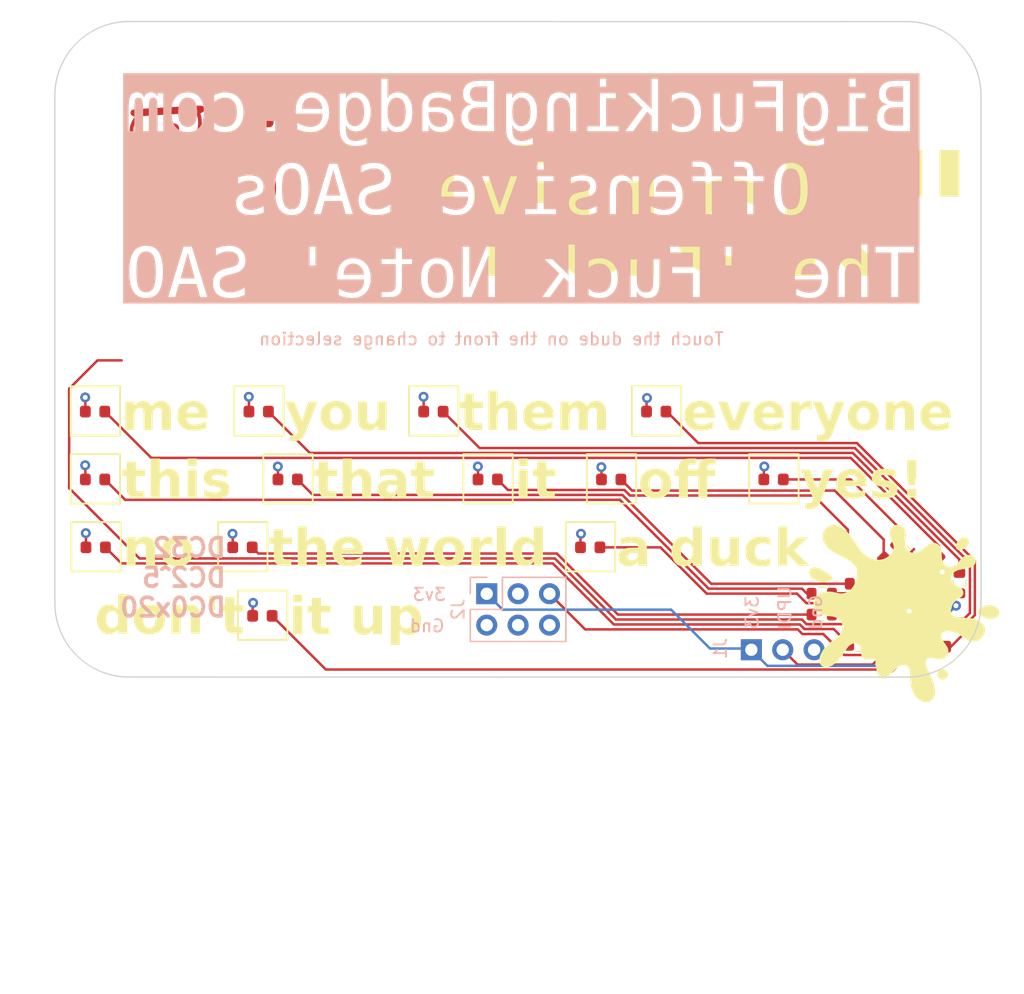
<source format=kicad_pcb>
(kicad_pcb (version 20221018) (generator pcbnew)
  (layers (0 "F.Cu" signal) (31 "B.Cu" signal) (34 "B.Paste" user) (35 "F.Paste" user) (36 "B.SilkS" user "B.Silkscreen") (37 "F.SilkS" user "F.Silkscreen") (38 "B.Mask" user) (39 "F.Mask" user) (44 "Edge.Cuts" user))
  (net 0 "")
  (net 1 "+3V3")
  (net 2 "GND")
  (net 3 "Net-(D1-A)")
  (net 4 "Net-(D2-A)")
  (net 5 "Net-(D3-A)")
  (net 6 "Net-(D4-A)")
  (net 7 "Net-(D5-A)")
  (net 8 "Net-(D6-A)")
  (net 9 "Net-(D7-A)")
  (net 10 "Net-(D8-A)")
  (net 11 "Net-(D9-A)")
  (net 12 "Net-(D10-A)")
  (net 13 "Net-(D11-A)")
  (net 14 "Net-(D12-A)")
  (net 15 "Net-(D13-A)")
  (net 16 "Net-(J1-Pin_2)")
  (net 19 "Net-(J2-Pin_5)")
  (net 21 "Net-(U1-PB0)")
  (net 24 "unconnected-(R14-Pad2)")
  (net 25 "Net-(U1-PA1)")
  (net 26 "Net-(U1-PC0)")
  (net 27 "Net-(U1-PB1)")
  (net 28 "Net-(U1-PB2)")
  (net 29 "Net-(U1-PA5)")
  (net 30 "Net-(U1-PA4)")
  (net 31 "Net-(U1-PA3)")
  (net 32 "Net-(U1-PA2)")
  (net 33 "Net-(U1-PB3)")
  (net 34 "Net-(U1-PB4)")
  (net 35 "Net-(U1-PB5)")
  (net 36 "Net-(U1-PA7)")
  (net 37 "Net-(U1-PA6)")
  (footprint "Resistor_SMD:R_0603_1608Metric" (layer "F.Cu") (at 128.55 85.4 135)
    (fp_text reference "R8" hide)
    (fp_text value "510 Ohm")
  )
  (footprint "Resistor_SMD:R_0603_1608Metric" (layer "F.Cu") (at 132 93.8 -135)
    (fp_text reference "R1" hide)
    (fp_text value "510 Ohm")
  )
  (footprint "ws2812b-1010:LED_0603_1608Metric_large_ss" (layer "F.Cu") (at 121.95 79.25)
    (fp_text reference "D10" hide)
    (fp_text value "white")
  )
  (footprint "ws2812b-1010:LED_0603_1608Metric_large_ss" (layer "F.Cu") (at 67.05 84.75)
    (fp_text reference "D11" hide)
    (fp_text value "white")
  )
  (footprint "Resistor_SMD:R_0603_1608Metric" (layer "F.Cu") (at 135.1 92.8)
    (fp_text reference "R5" hide)
    (fp_text value "510 Ohm")
  )
  (footprint "Resistor_SMD:R_0603_1608Metric" (layer "F.Cu") (at 132.5 85.1 135)
    (fp_text reference "R10" hide)
    (fp_text value "510 Ohm")
  )
  (footprint "Package_DFN_QFN:VQFN-20-1EP_3x3mm_P0.4mm_EP1.7x1.7mm" (layer "F.Cu") (at 132.55 89.95 180)
    (fp_text reference "U1" hide)
    (fp_text value "ATtiny416-M")
  )
  (footprint "Resistor_SMD:R_0603_1608Metric" (layer "F.Cu") (at 128.9 91.15 180)
    (fp_text reference "R14" hide)
    (fp_text value "1K Ohm")
  )
  (footprint "ws2812b-1010:LED_0603_1608Metric_large_ss" (layer "F.Cu") (at 107.1 84.75)
    (fp_text reference "D13" hide)
    (fp_text value "white")
  )
  (footprint "ws2812b-1010:LED_0603_1608Metric_large_ss" (layer "F.Cu") (at 82.6 79.25)
    (fp_text reference "D7" hide)
    (fp_text value "white")
  )
  (footprint "LOGO" (layer "F.Cu") (at 132.075 89.925)
    (fp_text reference "G***" hide)
    (fp_text value "LOGO" hide)
  )
  (footprint "ws2812b-1010:LED_0603_1608Metric_large_ss" (layer "F.Cu") (at 98.8 79.25)
    (fp_text reference "D8" hide)
    (fp_text value "white")
  )
  (footprint "Resistor_SMD:R_0603_1608Metric" (layer "F.Cu") (at 128.95 89.25 180)
    (fp_text reference "R13" hide)
    (fp_text value "510 Ohm")
  )
  (footprint "ws2812b-1010:LED_0603_1608Metric_large_ss" (layer "F.Cu") (at 80.55 90.3)
    (fp_text reference "D1" hide)
    (fp_text value "white")
  )
  (footprint "ws2812b-1010:LED_0603_1608Metric_large_ss" (layer "F.Cu") (at 78.9375 84.75)
    (fp_text reference "D12" hide)
    (fp_text value "white")
  )
  (footprint "ws2812b-1010:LED_0603_1608Metric_large_ss" (layer "F.Cu") (at 108.8 79.25)
    (fp_text reference "D9" hide)
    (fp_text value "white")
  )
  (footprint "Resistor_SMD:R_0603_1608Metric" (layer "F.Cu") (at 128.9 92.65 180)
    (fp_text reference "R11" hide)
    (fp_text value "510 Ohm")
  )
  (footprint "Resistor_SMD:R_0603_1608Metric" (layer "F.Cu") (at 125.85 90.2 180)
    (fp_text reference "R12" hide)
    (fp_text value "510 Ohm")
  )
  (footprint "ws2812b-1010:LED_0603_1608Metric_large_ss" (layer "F.Cu") (at 67 79.25)
    (fp_text reference "D6" hide)
    (fp_text value "white")
  )
  (footprint "Resistor_SMD:R_0603_1608Metric" (layer "F.Cu") (at 125.85 88.5 180)
    (fp_text reference "R6" hide)
    (fp_text value "510 Ohm")
  )
  (footprint "ws2812b-1010:LED_0603_1608Metric_large_ss" (layer "F.Cu") (at 94.4 73.75)
    (fp_text reference "D4" hide)
    (fp_text value "white")
  )
  (footprint "Connector_PinHeader_2.54mm:PinHeader_1x03_P2.54mm_Vertical" (layer "F.Cu") (at 120.15 93.05 90)
    (fp_text reference "J1")
    (fp_text value "Conn_01x03_Pin")
  )
  (footprint "ws2812b-1010:LED_0603_1608Metric_large_ss" (layer "F.Cu") (at 112.45 73.75)
    (fp_text reference "D5" hide)
    (fp_text value "white")
  )
  (footprint "Resistor_SMD:R_0603_1608Metric" (layer "F.Cu") (at 134.75 86.05 45)
    (fp_text reference "R2" hide)
    (fp_text value "510 Ohm")
  )
  (footprint "Resistor_SMD:R_0603_1608Metric" (layer "F.Cu") (at 136.2 90.9)
    (fp_text reference "R4" hide)
    (fp_text value "510 Ohm")
  )
  (footprint "ws2812b-1010:LED_0603_1608Metric_large_ss" (layer "F.Cu") (at 80.25 73.75)
    (fp_text reference "D3" hide)
    (fp_text value "white")
  )
  (footprint "Resistor_SMD:R_0603_1608Metric" (layer "F.Cu") (at 137 87.65 90)
    (fp_text reference "R3" hide)
    (fp_text value "510 Ohm")
  )
  (footprint "Capacitor_SMD:C_0603_1608Metric" (layer "F.Cu") (at 135.45 88.6 90)
    (fp_text reference "C1" hide)
    (fp_text value ".1uF")
  )
  (footprint "Resistor_SMD:R_0603_1608Metric" (layer "F.Cu") (at 131.45 86.2 135)
    (fp_text reference "R9" hide)
    (fp_text value "510 Ohm")
  )
  (footprint "ws2812b-1010:LED_0603_1608Metric_large_ss" (layer "F.Cu") (at 67 73.75)
    (fp_text reference "D2" hide)
    (fp_text value "white")
  )
  (footprint "Resistor_SMD:R_0603_1608Metric" (layer "F.Cu") (at 128.95 87.7 180)
    (fp_text reference "R7" hide)
    (fp_text value "510 Ohm")
  )
  (footprint "Connector_PinHeader_2.54mm:PinHeader_2x03_P2.54mm_Vertical" (layer "B.Cu") (at 98.72 88.51 -90)
    (fp_text reference "J2")
    (fp_text value "Conn_02x03_Odd_Even")
  )
  (gr_poly (pts (xy 75.456965 48.959216) (xy 75.492508 48.96025) (xy 75.526062 48.962075) (xy 75.557671 48.964709) (xy 75.587383 48.968171) (xy 75.615243 48.97248) (xy 75.641297 48.977655) (xy 75.665591 48.983714) (xy 75.68817 48.990676) (xy 75.709081 48.99856) (xy 75.728369 49.007384) (xy 75.74608 49.017167) (xy 75.76226 49.027929) (xy 75.776956 49.039687) (xy 75.790212 49.052461) (xy 75.802075 49.066268) (xy 75.81259 49.081129) (xy 75.821804 49.097062) (xy 75.829762 49.114084) (xy 75.83651 49.132216) (xy 75.842094 49.151476) (xy 75.84656 49.171882) (xy 75.849954 49.193454) (xy 75.852321 49.216209) (xy 75.853708 49.240167) (xy 75.85416 49.265347) (xy 75.853883 49.276579) (xy 75.853059 49.287776) (xy 75.851701 49.298922) (xy 75.849819 49.310003) (xy 75.847426 49.321004) (xy 75.844533 49.33191) (xy 75.841151 49.342706) (xy 75.837293 49.353377) (xy 75.83297 49.363909) (xy 75.828193 49.374286) (xy 75.822974 49.384494) (xy 75.817325 49.394518) (xy 75.811258 49.404343) (xy 75.804784 49.413955) (xy 75.797914 49.423337) (xy 75.79066 49.432476) (xy 75.783035 49.441357) (xy 75.775049 49.449965) (xy 75.766714 49.458284) (xy 75.758042 49.4663) (xy 75.749045 49.473999) (xy 75.739733 49.481365) (xy 75.73012 49.488383) (xy 75.720215 49.49504) (xy 75.710032 49.501318) (xy 75.699581 49.507205) (xy 75.688874 49.512685) (xy 75.677923 49.517743) (xy 75.66674 49.522364) (xy 75.655335 49.526534) (xy 75.643722 49.530238) (xy 75.63191 49.53346) (xy 75.594938 49.54303) (xy 75.580363 49.547777) (xy 75.5683 49.553138) (xy 75.563188 49.556199) (xy 75.558676 49.559595) (xy 75.554756 49.563384) (xy 75.551419 49.567628) (xy 75.548656 49.572386) (xy 75.546456 49.577718) (xy 75.544813 49.583684) (xy 75.543716 49.590345) (xy 75.543125 49.60599) (xy 75.544612 49.625133) (xy 75.548103 49.648256) (xy 75.553528 49.675838) (xy 75.569885 49.746304) (xy 75.593105 49.840377) (xy 75.61281 49.930691) (xy 75.627053 50.028927) (xy 75.635994 50.133994) (xy 75.639793 50.244803) (xy 75.63861 50.360263) (xy 75.632606 50.479283) (xy 75.621941 50.600773) (xy 75.606775 50.723643) (xy 75.587268 50.846803) (xy 75.56358 50.969161) (xy 75.535872 51.089629) (xy 75.504304 51.207114) (xy 75.469036 51.320527) (xy 75.430228 51.428778) (xy 75.38804 51.530776) (xy 75.342633 51.625431) (xy 75.298475 51.706423) (xy 75.250649 51.785374) (xy 75.199122 51.862309) (xy 75.143865 51.937254) (xy 75.084845 52.010236) (xy 75.022033 52.08128) (xy 74.955396 52.150411) (xy 74.884904 52.217657) (xy 74.810526 52.283042) (xy 74.732231 52.346593) (xy 74.649988 52.408335) (xy 74.563766 52.468295) (xy 74.473533 52.526497) (xy 74.37926 52.582968) (xy 74.280914 52.637734) (xy 74.178466 52.690821) (xy 74.081047 52.738503) (xy 73.985665 52.782398) (xy 73.891956 52.822603) (xy 73.799561 52.859217) (xy 73.708116 52.892337) (xy 73.61726 52.922062) (xy 73.526632 52.94849) (xy 73.435869 52.97172) (xy 73.34461 52.991848) (xy 73.252493 53.008975) (xy 73.159157 53.023197) (xy 73.06424 53.034613) (xy 72.967379 53.043321) (xy 72.868214 53.04942) (xy 72.766382 53.053007) (xy 72.661522 53.054181) (xy 72.480165 53.051811) (xy 72.398073 53.0486) (xy 72.320595 53.043818) (xy 72.2469 53.0373) (xy 72.176156 53.028881) (xy 72.107531 53.018394) (xy 72.040192 53.005674) (xy 71.973308 52.990557) (xy 71.906047 52.972877) (xy 71.837577 52.952468) (xy 71.767065 52.929166) (xy 71.69368 52.902804) (xy 71.61659 52.873217) (xy 71.447967 52.803709) (xy 71.232432 52.703494) (xy 71.030566 52.596307) (xy 70.842724 52.48262) (xy 70.669265 52.362902) (xy 70.588039 52.300929) (xy 70.510543 52.237624) (xy 70.43682 52.173047) (xy 70.366916 52.107255) (xy 70.300875 52.040309) (xy 70.23874 51.972267) (xy 70.180558 51.903188) (xy 70.126373 51.833129) (xy 70.076228 51.762151) (xy 70.030169 51.690312) (xy 69.988241 51.617671) (xy 69.950487 51.544286) (xy 69.916952 51.470216) (xy 69.887682 51.395521) (xy 69.86272 51.320258) (xy 69.842111 51.244487) (xy 69.8259 51.168266) (xy 69.814131 51.091655) (xy 69.806849 51.014711) (xy 69.804634 50.952544) (xy 70.102872 50.952544) (xy 70.105639 51.006615) (xy 70.111201 51.06058) (xy 70.119547 51.114414) (xy 70.130671 51.168089) (xy 70.144561 51.221579) (xy 70.16121 51.274858) (xy 70.180607 51.3279) (xy 70.202745 51.380677) (xy 70.227614 51.433164) (xy 70.255205 51.485333) (xy 70.28551 51.537159) (xy 70.318518 51.588615) (xy 70.354221 51.639674) (xy 70.39261 51.690309) (xy 70.433675 51.740496) (xy 70.477409 51.790206) (xy 70.523801 51.839414) (xy 70.572843 51.888092) (xy 70.624526 51.936215) (xy 70.67884 51.983756) (xy 70.795328 52.076986) (xy 70.991038 52.215933) (xy 71.187917 52.339082) (xy 71.385974 52.446429) (xy 71.585219 52.537968) (xy 71.785663 52.613694) (xy 71.987317 52.673602) (xy 72.19019 52.717686) (xy 72.394293 52.745942) (xy 72.599636 52.758364) (xy 72.80623 52.754947) (xy 73.014084 52.735687) (xy 73.22321 52.700577) (xy 73.433618 52.649613) (xy 73.645317 52.582789) (xy 73.858319 52.5001) (xy 74.072633 52.401542) (xy 74.143646 52.365803) (xy 74.211284 52.329939) (xy 74.275729 52.293828) (xy 74.337161 52.257344) (xy 74.395761 52.220364) (xy 74.451711 52.182765) (xy 74.50519 52.144421) (xy 74.556379 52.105209) (xy 74.605461 52.065005) (xy 74.652615 52.023684) (xy 74.698022 51.981124) (xy 74.741863 51.937199) (xy 74.78432 51.891786) (xy 74.825572 51.844761) (xy 74.865802 51.795999) (xy 74.905189 51.745377) (xy 74.980728 51.633489) (xy 75.049793 51.51421) (xy 75.112191 51.388669) (xy 75.167732 51.257991) (xy 75.216225 51.123304) (xy 75.257477 50.985732) (xy 75.291298 50.846404) (xy 75.317498 50.706445) (xy 75.335883 50.566983) (xy 75.346264 50.429143) (xy 75.348449 50.294052) (xy 75.342247 50.162837) (xy 75.327467 50.036624) (xy 75.303917 49.916541) (xy 75.271407 49.803712) (xy 75.251732 49.750371) (xy 75.229744 49.699266) (xy 75.176828 49.586377) (xy 74.799355 49.593432) (xy 73.793773 49.632403) (xy 72.445886 49.704116) (xy 71.250797 49.780459) (xy 70.86527 49.811582) (xy 70.703605 49.833321) (xy 70.680817 49.847454) (xy 70.655078 49.867007) (xy 70.626827 49.891449) (xy 70.596504 49.920248) (xy 70.564548 49.95287) (xy 70.531399 49.988784) (xy 70.497495 50.027458) (xy 70.463275 50.068359) (xy 70.42918 50.110954) (xy 70.395648 50.154713) (xy 70.363119 50.199102) (xy 70.332031 50.243589) (xy 70.302825 50.287642) (xy 70.275938 50.330729) (xy 70.251811 50.372317) (xy 70.230883 50.411875) (xy 70.205209 50.465542) (xy 70.182419 50.519368) (xy 70.162506 50.573327) (xy 70.145459 50.627393) (xy 70.131269 50.681539) (xy 70.119929 50.735739) (xy 70.111428 50.789966) (xy 70.105757 50.844193) (xy 70.102908 50.898395) (xy 70.102872 50.952544) (xy 69.804634 50.952544) (xy 69.804098 50.937495) (xy 69.805923 50.860063) (xy 69.812369 50.782477) (xy 69.823479 50.704793) (xy 69.8393 50.627071) (xy 69.850931 50.582483) (xy 69.86571 50.533957) (xy 69.883227 50.482351) (xy 69.903075 50.428522) (xy 69.924846 50.37333) (xy 69.94813 50.317632) (xy 69.972521 50.262284) (xy 69.997609 50.208146) (xy 70.022986 50.156075) (xy 70.048245 50.106929) (xy 70.072976 50.061566) (xy 70.096772 50.020843) (xy 70.119225 49.985619) (xy 70.139926 49.956751) (xy 70.158466 49.935097) (xy 70.166799 49.927244) (xy 70.174439 49.921515) (xy 70.179514 49.918158) (xy 70.184159 49.914711) (xy 70.188378 49.911186) (xy 70.192174 49.907597) (xy 70.195552 49.903956) (xy 70.198515 49.900276) (xy 70.201067 49.896571) (xy 70.203212 49.892852) (xy 70.204954 49.889134) (xy 70.206297 49.885428) (xy 70.207245 49.881748) (xy 70.207801 49.878107) (xy 70.20797 49.874518) (xy 70.207755 49.870993) (xy 70.20716 49.867546) (xy 70.206189 49.864189) (xy 70.204846 49.860936) (xy 70.203135 49.857798) (xy 70.201059 49.85479) (xy 70.198623 49.851924) (xy 70.195831 49.849214) (xy 70.192686 49.846671) (xy 70.189192 49.844309) (xy 70.185353 49.84214) (xy 70.181173 49.840179) (xy 70.176656 49.838437) (xy 70.171805 49.836928) (xy 70.166625 49.835664) (xy 70.16112 49.834658) (xy 70.155293 49.833924) (xy 70.149148 49.833474) (xy 70.142689 49.833321) (xy 70.13393 49.832964) (xy 70.124873 49.831909) (xy 70.115552 49.830185) (xy 70.105999 49.827816) (xy 70.096246 49.824829) (xy 70.086328 49.821252) (xy 70.076276 49.81711) (xy 70.066125 49.81243) (xy 70.045653 49.801561) (xy 70.025176 49.788858) (xy 70.004958 49.774533) (xy 69.985262 49.758796) (xy 69.966351 49.741861) (xy 69.948489 49.723939) (xy 69.931939 49.705241) (xy 69.916966 49.68598) (xy 69.903832 49.666368) (xy 69.898038 49.656497) (xy 69.892802 49.646617) (xy 69.888158 49.636755) (xy 69.884139 49.626937) (xy 69.880777 49.617191) (xy 69.878105 49.607542) (xy 69.875417 49.595307) (xy 69.8733 49.583086) (xy 69.871748 49.570892) (xy 69.870754 49.558739) (xy 69.870309 49.54664) (xy 69.870408 49.534608) (xy 69.871043 49.522659) (xy 69.872207 49.510804) (xy 69.873893 49.499057) (xy 69.876094 49.487433) (xy 69.878803 49.475945) (xy 69.882012 49.464605) (xy 69.885715 49.453429) (xy 69.889904 49.442428) (xy 69.894572 49.431618) (xy 69.899713 49.421011) (xy 69.905319 49.410621) (xy 69.911382 49.400462) (xy 69.917897 49.390547) (xy 69.924855 49.38089) (xy 69.93225 49.371504) (xy 69.940075 49.362402) (xy 69.948322 49.3536) (xy 69.956984 49.345109) (xy 69.966055 49.336944) (xy 69.975526 49.329118) (xy 69.985392 49.321644) (xy 69.995645 49.314537) (xy 70.006277 49.30781) (xy 70.017283 49.301476) (xy 70.028654 49.295549) (xy 70.040383 49.290042) (xy 70.100782 49.275077) (xy 70.222615 49.258954) (xy 70.675383 49.221251) (xy 71.448297 49.172965) (xy 72.590967 49.110126) (xy 74.347358 49.017522) (xy 75.148605 48.972542) (xy 75.247802 48.96525) (xy 75.337941 48.96067) (xy 75.379727 48.959445) (xy 75.419387 48.958954)) (fill solid) (layer "F.Cu"))
  (gr_poly (pts (xy 82.257076 53.375209) (xy 82.349239 53.37656) (xy 82.38668 53.377473) (xy 82.418913 53.378737) (xy 82.433205 53.379546) (xy 82.446349 53.380498) (xy 82.458399 53.381609) (xy 82.469404 53.382899) (xy 82.479417 53.384385) (xy 82.48849 53.386086) (xy 82.496674 53.388019) (xy 82.50402 53.390202) (xy 82.510582 53.392655) (xy 82.516409 53.395394) (xy 82.521554 53.398438) (xy 82.526069 53.401805) (xy 82.530005 53.405514) (xy 82.533414 53.409581) (xy 82.536348 53.414025) (xy 82.538858 53.418865) (xy 82.540996 53.424119) (xy 82.542813 53.429803) (xy 82.544362 53.435938) (xy 82.545693 53.44254) (xy 82.547912 53.457219) (xy 82.549883 53.473986) (xy 82.550915 53.486227) (xy 82.55121 53.492106) (xy 82.551357 53.497827) (xy 82.551354 53.503393) (xy 82.5512 53.508806) (xy 82.550894 53.51407) (xy 82.550433 53.519187) (xy 82.549818 53.524158) (xy 82.549047 53.528988) (xy 82.548117 53.533678) (xy 82.547029 53.538231) (xy 82.545781 53.54265) (xy 82.544371 53.546937) (xy 82.542799 53.551095) (xy 82.541062 53.555126) (xy 82.53916 53.559033) (xy 82.537092 53.562819) (xy 82.534855 53.566486) (xy 82.53245 53.570036) (xy 82.529873 53.573473) (xy 82.527125 53.576799) (xy 82.524204 53.580016) (xy 82.521108 53.583127) (xy 82.517837 53.586135) (xy 82.514389 53.589043) (xy 82.510762 53.591852) (xy 82.506956 53.594565) (xy 82.502969 53.597186) (xy 82.4988 53.599716) (xy 82.494447 53.602158) (xy 82.48991 53.604515) (xy 82.445551 53.618495) (xy 82.344059 53.635658) (xy 81.873431 53.689622) (xy 79.187909 53.94671) (xy 77.380971 54.124972) (xy 75.760234 54.309188) (xy 75.005117 54.405389) (xy 74.279063 54.505311) (xy 73.576243 54.609697) (xy 72.890827 54.719293) (xy 72.176673 54.834221) (xy 71.537925 54.92699) (xy 71.2398 54.965995) (xy 70.952093 55.000577) (xy 70.671993 55.031108) (xy 70.396689 55.057959) (xy 70.30884 55.065839) (xy 70.23018 55.072215) (xy 70.160222 55.076989) (xy 70.128355 55.078745) (xy 70.098481 55.080063) (xy 70.07054 55.080932) (xy 70.044471 55.081339) (xy 70.020213 55.081271) (xy 69.997705 55.080718) (xy 69.976888 55.079665) (xy 69.957699 55.078102) (xy 69.940079 55.076015) (xy 69.923966 55.073393) (xy 69.909301 55.070223) (xy 69.896021 55.066494) (xy 69.884068 55.062191) (xy 69.873379 55.057305) (xy 69.863894 55.051821) (xy 69.855552 55.045728) (xy 69.848293 55.039014) (xy 69.842056 55.031666) (xy 69.83678 55.023672) (xy 69.832404 55.01502) (xy 69.828869 55.005698) (xy 69.826112 54.995692) (xy 69.824073 54.984992) (xy 69.822693 54.973584) (xy 69.821909 54.961457) (xy 69.821661 54.948598) (xy 69.822854 54.928358) (xy 69.826746 54.909875) (xy 69.8338 54.893004) (xy 69.844481 54.877601) (xy 69.859255 54.863521) (xy 69.878588 54.850619) (xy 69.902943 54.838751) (xy 69.932786 54.827772) (xy 69.968582 54.817536) (xy 70.010797 54.8079) (xy 70.059894 54.798719) (xy 70.116341 54.789848) (xy 70.253138 54.772457) (xy 70.424911 54.75457) (xy 70.889034 54.70215) (xy 71.380939 54.636831) (xy 72.042176 54.537778) (xy 73.0143 54.384154) (xy 74.061167 54.221876) (xy 74.475791 54.159919) (xy 74.742911 54.123098) (xy 75.798653 53.997642) (xy 77.336268 53.828529) (xy 78.895711 53.664708) (xy 80.016938 53.555126) (xy 80.886976 53.47531) (xy 81.256676 53.440528) (xy 81.516244 53.414015) (xy 81.614636 53.405113) (xy 81.717327 53.397037) (xy 81.821341 53.389954) (xy 81.923702 53.384028) (xy 82.021432 53.379426) (xy 82.111556 53.376311) (xy 82.191096 53.374851)) (fill solid) (layer "F.Cu"))
  (gr_poly (pts (xy 81.060278 49.840375) (xy 81.083312 49.843104) (xy 81.106139 49.847321) (xy 81.128801 49.853026) (xy 81.151339 49.860219) (xy 81.173794 49.868901) (xy 81.196208 49.879071) (xy 81.218622 49.890729) (xy 81.241077 49.903876) (xy 81.273337 49.923825) (xy 81.302703 49.944074) (xy 81.329258 49.964756) (xy 81.353084 49.986007) (xy 81.374265 50.007961) (xy 81.392882 50.030752) (xy 81.401255 50.042504) (xy 81.409019 50.054515) (xy 81.416183 50.066802) (xy 81.422758 50.079383) (xy 81.428754 50.092274) (xy 81.434182 50.105492) (xy 81.443373 50.132975) (xy 81.450415 50.161967) (xy 81.45539 50.192603) (xy 81.45838 50.225016) (xy 81.459469 50.259341) (xy 81.458739 50.295713) (xy 81.456272 50.334265) (xy 81.450278 50.380402) (xy 81.44626 50.402354) (xy 81.441561 50.423562) (xy 81.436183 50.444026) (xy 81.430126 50.463745) (xy 81.423391 50.482721) (xy 81.415978 50.500952) (xy 81.407888 50.51844) (xy 81.399122 50.535183) (xy 81.38968 50.551182) (xy 81.379563 50.566437) (xy 81.368772 50.580947) (xy 81.357307 50.594714) (xy 81.345169 50.607736) (xy 81.332358 50.620015) (xy 81.318876 50.631549) (xy 81.304722 50.642339) (xy 81.289898 50.652385) (xy 81.274405 50.661687) (xy 81.258242 50.670244) (xy 81.24141 50.678058) (xy 81.223911 50.685127) (xy 81.205744 50.691453) (xy 81.186911 50.697034) (xy 81.167411 50.701871) (xy 81.147247 50.705963) (xy 81.126417 50.709312) (xy 81.104924 50.711917) (xy 81.082767 50.713777) (xy 81.036466 50.715265) (xy 81.0081 50.715081) (xy 80.982343 50.714452) (xy 80.958912 50.713265) (xy 80.937522 50.711407) (xy 80.91789 50.708762) (xy 80.908643 50.70711) (xy 80.89973 50.705219) (xy 80.891113 50.703075) (xy 80.882758 50.700663) (xy 80.87463 50.697969) (xy 80.866691 50.69498) (xy 80.858908 50.691681) (xy 80.851244 50.688057) (xy 80.843665 50.684095) (xy 80.836133 50.67978) (xy 80.828615 50.675098) (xy 80.821074 50.670036) (xy 80.805782 50.65871) (xy 80.789974 50.645689) (xy 80.773364 50.630859) (xy 80.755669 50.614108) (xy 80.736605 50.59532) (xy 80.716422 50.57445) (xy 80.698171 50.554041) (xy 80.681802 50.533889) (xy 80.667262 50.513795) (xy 80.654499 50.493556) (xy 80.643463 50.472971) (xy 80.634101 50.451838) (xy 80.626361 50.429955) (xy 80.620193 50.407122) (xy 80.615544 50.383137) (xy 80.612362 50.357797) (xy 80.610597 50.330902) (xy 80.610195 50.30225) (xy 80.611106 50.27164) (xy 80.613279 50.238869) (xy 80.61666 50.203737) (xy 80.618019 50.193264) (xy 80.620092 50.182378) (xy 80.622849 50.171122) (xy 80.626258 50.159536) (xy 80.63029 50.147664) (xy 80.634915 50.135547) (xy 80.64582 50.110747) (xy 80.658729 50.085471) (xy 80.673401 50.060055) (xy 80.689592 50.034836) (xy 80.70706 50.01015) (xy 80.725561 49.986331) (xy 80.744852 49.963717) (xy 80.764692 49.942642) (xy 80.784836 49.923444) (xy 80.805042 49.906457) (xy 80.815093 49.898898) (xy 80.825067 49.892018) (xy 80.834936 49.885858) (xy 80.844669 49.880462) (xy 80.854235 49.87587) (xy 80.863604 49.872126) (xy 80.88978 49.862948) (xy 80.915418 49.855258) (xy 80.940561 49.849057) (xy 80.965248 49.844344) (xy 80.989522 49.84112) (xy 81.013425 49.839383) (xy 81.036996 49.839135)) (fill solid) (layer "F.Cu"))
  (gr_poly (pts (xy 73.4 50.4) (xy 73.421097 50.40183) (xy 73.442069 50.404564) (xy 73.462872 50.408188) (xy 73.483457 50.412688) (xy 73.503779 50.41805) (xy 73.52379 50.424259) (xy 73.543446 50.431301) (xy 73.562698 50.439163) (xy 73.5815 50.447829) (xy 73.599806 50.457286) (xy 73.61757 50.46752) (xy 73.634745 50.478515) (xy 73.651284 50.490259) (xy 73.667141 50.502737) (xy 73.682269 50.515934) (xy 73.696622 50.529836) (xy 73.710154 50.54443) (xy 73.722817 50.5597) (xy 73.734566 50.575634) (xy 73.745353 50.592216) (xy 73.755133 50.609432) (xy 73.770428 50.642073) (xy 73.783238 50.675102) (xy 73.793557 50.70841) (xy 73.80138 50.741888) (xy 73.806702 50.775429) (xy 73.809517 50.808923) (xy 73.809821 50.842262) (xy 73.807609 50.875337) (xy 73.802874 50.90804) (xy 73.795613 50.940263) (xy 73.785819 50.971897) (xy 73.773489 51.002833) (xy 73.758615 51.032963) (xy 73.750224 51.047692) (xy 73.741194 51.062178) (xy 73.731527 51.076409) (xy 73.721221 51.09037) (xy 73.710275 51.104049) (xy 73.698689 51.11743) (xy 73.675027 51.142705) (xy 73.650409 51.165632) (xy 73.624931 51.186239) (xy 73.598692 51.204557) (xy 73.571788 51.220614) (xy 73.544319 51.234439) (xy 73.51638 51.246061) (xy 73.48807 51.25551) (xy 73.459486 51.262814) (xy 73.430725 51.268003) (xy 73.401886 51.271105) (xy 73.373065 51.27215) (xy 73.344361 51.271166) (xy 73.315871 51.268183) (xy 73.287692 51.263231) (xy 73.259921 51.256337) (xy 73.232658 51.247531) (xy 73.205998 51.236842) (xy 73.18004 51.224299) (xy 73.15488 51.209931) (xy 73.130618 51.193768) (xy 73.107349 51.175838) (xy 73.085172 51.15617) (xy 73.064185 51.134794) (xy 73.044484 51.111738) (xy 73.026167 51.087032) (xy 73.009332 51.060704) (xy 72.994077 51.032784) (xy 72.980498 51.003301) (xy 72.968694 50.972284) (xy 72.958762 50.939762) (xy 72.950799 50.905764) (xy 72.948603 50.892193) (xy 72.947288 50.877978) (xy 72.946824 50.863178) (xy 72.947182 50.847852) (xy 72.948333 50.832058) (xy 72.950249 50.815855) (xy 72.9529 50.799301) (xy 72.956256 50.782457) (xy 72.964972 50.748129) (xy 72.976162 50.713342) (xy 72.989596 50.678564) (xy 73.005039 50.644268) (xy 73.02226 50.610922) (xy 73.041027 50.578997) (xy 73.061105 50.548964) (xy 73.082264 50.521292) (xy 73.093176 50.508489) (xy 73.104271 50.496452) (xy 73.115519 50.485241) (xy 73.126892 50.474914) (xy 73.138361 50.465531) (xy 73.149896 50.457149) (xy 73.161469 50.449828) (xy 73.17305 50.443626) (xy 73.192441 50.43457) (xy 73.21222 50.426574) (xy 73.232341 50.419625) (xy 73.252755 50.413709) (xy 73.273418 50.40881) (xy 73.294283 50.404915) (xy 73.315302 50.40201) (xy 73.33643 50.40008) (xy 73.35762 50.399111) (xy 73.378825 50.399089)) (fill solid) (layer "F.Cu"))
  (gr_poly (pts (xy 80.939452 54.070622) (xy 80.949188 54.071744) (xy 80.959217 54.07362) (xy 80.969539 54.076253) (xy 80.980159 54.079642) (xy 80.991079 54.083787) (xy 81.002301 54.088691) (xy 81.013828 54.094353) (xy 81.025662 54.100774) (xy 81.050264 54.115895) (xy 81.076126 54.13406) (xy 81.10327 54.155274) (xy 81.131716 54.179542) (xy 81.165539 54.210723) (xy 81.198241 54.243449) (xy 81.229857 54.277777) (xy 81.260425 54.313763) (xy 81.289979 54.351465) (xy 81.318557 54.39094) (xy 81.346195 54.432244) (xy 81.372928 54.475435) (xy 81.398793 54.520568) (xy 81.423826 54.567701) (xy 81.448063 54.616891) (xy 81.47154 54.668195) (xy 81.494294 54.721669) (xy 81.516361 54.77737) (xy 81.537777 54.835355) (xy 81.558577 54.895681) (xy 81.588806 54.999664) (xy 81.613375 55.110235) (xy 81.632333 55.226955) (xy 81.645724 55.349386) (xy 81.653597 55.477088) (xy 81.655998 55.609622) (xy 81.652972 55.746548) (xy 81.644567 55.887428) (xy 81.630829 56.031821) (xy 81.611804 56.179289) (xy 81.587539 56.329393) (xy 81.558081 56.481693) (xy 81.523476 56.63575) (xy 81.48377 56.791125) (xy 81.43901 56.947378) (xy 81.389243 57.104071) (xy 81.347695 57.222416) (xy 81.299119 57.351174) (xy 81.184853 57.631639) (xy 81.05438 57.928888) (xy 80.915639 58.226344) (xy 80.776568 58.50743) (xy 80.645103 58.755566) (xy 80.584704 58.862097) (xy 80.529183 58.954175) (xy 80.479532 59.029727) (xy 80.436744 59.08668) (xy 80.421621 59.104719) (xy 80.407874 59.120525) (xy 80.395304 59.134181) (xy 80.383717 59.145771) (xy 80.37823 59.150816) (xy 80.372915 59.155375) (xy 80.367747 59.15946) (xy 80.362702 59.163079) (xy 80.357755 59.166243) (xy 80.352882 59.168963) (xy 80.348057 59.171249) (xy 80.343258 59.173111) (xy 80.338458 59.17456) (xy 80.333634 59.175605) (xy 80.32876 59.176258) (xy 80.323814 59.176529) (xy 80.318768 59.176427) (xy 80.313601 59.175964) (xy 80.308285 59.175149) (xy 80.302798 59.173993) (xy 80.297115 59.172507) (xy 80.291211 59.1707) (xy 80.278641 59.166166) (xy 80.264894 59.160475) (xy 80.249772 59.153709) (xy 80.231624 59.144733) (xy 80.223327 59.139956) (xy 80.215548 59.134981) (xy 80.208289 59.129805) (xy 80.20155 59.124424) (xy 80.195331 59.118833) (xy 80.189634 59.113029) (xy 80.184459 59.107008) (xy 80.179806 59.100766) (xy 80.175676 59.094299) (xy 80.172071 59.087604) (xy 80.16899 59.080676) (xy 80.166434 59.073512) (xy 80.164404 59.066107) (xy 80.1629 59.058459) (xy 80.161923 59.050562) (xy 80.161474 59.042413) (xy 80.161554 59.034009) (xy 80.162163 59.025345) (xy 80.163301 59.016417) (xy 80.164969 59.007222) (xy 80.167169 58.997755) (xy 80.1699 58.988014) (xy 80.17696 58.96769) (xy 80.186154 58.946218) (xy 80.197487 58.923568) (xy 80.210965 58.89971) (xy 80.277387 58.775727) (xy 80.378535 58.576587) (xy 80.636063 58.053042) (xy 80.885653 57.529498) (xy 80.97688 57.330358) (xy 81.02941 57.206376) (xy 81.086253 57.054469) (xy 81.13771 56.904427) (xy 81.183773 56.75638) (xy 81.22443 56.610457) (xy 81.259672 56.466787) (xy 81.289488 56.3255) (xy 81.313867 56.186723) (xy 81.332799 56.050588) (xy 81.346275 55.917222) (xy 81.354283 55.786756) (xy 81.356813 55.659317) (xy 81.353855 55.535036) (xy 81.345399 55.414042) (xy 81.331435 55.296463) (xy 81.311951 55.18243) (xy 81.286937 55.072071) (xy 81.272314 55.016908) (xy 81.257427 54.964969) (xy 81.242095 54.915925) (xy 81.226139 54.869444) (xy 81.209376 54.825195) (xy 81.191626 54.782848) (xy 81.172708 54.742071) (xy 81.152441 54.702536) (xy 81.130645 54.663909) (xy 81.107138 54.625861) (xy 81.08174 54.588062) (xy 81.05427 54.55018) (xy 81.024547 54.511884) (xy 80.992389 54.472844) (xy 80.957617 54.432729) (xy 80.920049 54.391209) (xy 80.898205 54.367316) (xy 80.878908 54.345748) (xy 80.86206 54.326267) (xy 80.847564 54.308637) (xy 80.841167 54.300441) (xy 80.835321 54.292619) (xy 80.830014 54.28514) (xy 80.825233 54.277976) (xy 80.820967 54.271095) (xy 80.817202 54.264469) (xy 80.813927 54.258068) (xy 80.811129 54.251862) (xy 80.808797 54.245821) (xy 80.806917 54.239916) (xy 80.805477 54.234117) (xy 80.804466 54.228394) (xy 80.803871 54.222717) (xy 80.80368 54.217058) (xy 80.80388 54.211385) (xy 80.80446 54.20567) (xy 80.805406 54.199882) (xy 80.806707 54.193993) (xy 80.80835 54.187971) (xy 80.810323 54.181789) (xy 80.812614 54.175415) (xy 80.815211 54.16882) (xy 80.821271 54.154848) (xy 80.826687 54.143976) (xy 80.832354 54.133848) (xy 80.838274 54.124465) (xy 80.84445 54.115829) (xy 80.850884 54.107939) (xy 80.857579 54.100797) (xy 80.864538 54.094403) (xy 80.871762 54.088758) (xy 80.879256 54.083861) (xy 80.887021 54.079715) (xy 80.89506 54.076319) (xy 80.903375 54.073675) (xy 80.911969 54.071782) (xy 80.920845 54.070642) (xy 80.930005 54.070255)) (fill solid) (layer "F.Cu"))
  (gr_arc (start 138.75 89.264718) (mid 136.992634 93.507347) (end 132.75 95.264718) (stroke (width 0.1)) (layer "Edge.Cuts"))
  (gr_line (start 69.742641 95.257359) (end 132.75 95.264718) (stroke (width 0.1)) (layer "Edge.Cuts"))
  (gr_line (start 132.75 42.15) (end 69.742641 42.142641) (stroke (width 0.1)) (layer "Edge.Cuts"))
  (gr_line (start 63.742641 48.142641) (end 63.742641 89.257359) (stroke (width 0.1)) (layer "Edge.Cuts"))
  (gr_arc (start 69.742641 95.257359) (mid 65.5 93.5) (end 63.742641 89.257359) (stroke (width 0.1)) (layer "Edge.Cuts"))
  (gr_line (start 138.75 89.264718) (end 138.75 48.15) (stroke (width 0.1)) (layer "Edge.Cuts"))
  (gr_arc (start 63.742641 48.142641) (mid 65.5 43.9) (end 69.742641 42.142641) (stroke (width 0.1)) (layer "Edge.Cuts"))
  (gr_arc (start 132.75 42.15) (mid 136.992641 43.907359) (end 138.75 48.15) (stroke (width 0.1)) (layer "Edge.Cuts"))
  (gr_text "UPDI" (at 123.45 87.8 90) (layer "B.SilkS") (effects (font (size 1 1)) (justify left bottom mirror)))
  (gr_text "BigFuckingBadge.com\nOffensive SAOs\nThe 'Fuck Note' SAO" (at 101.45 65.15) (layer "B.SilkS" knockout) (effects (font (size 4 4)) (justify bottom mirror)))
  (gr_text "Gnd" (at 125.95 88.5 90) (layer "B.SilkS") (effects (font (size 1 1)) (justify left bottom mirror)))
  (gr_text "DC32\nDC2^5\nDC0x20" (at 77.75 90.5) (layer "B.SilkS") (effects (font (size 1.5 1.5) (thickness 0.3) bold) (justify left bottom mirror)))
  (gr_text "Touch the dude on the front to change selection" (at 118 68.45) (layer "B.SilkS") (effects (font (size 1 1)) (justify left bottom mirror)))
  (gr_text "Gnd" (at 95.4 91.7) (layer "B.SilkS") (effects (font (size 1 1)) (justify left bottom mirror)))
  (gr_text "3v3" (at 95.5 89.15) (layer "B.SilkS") (effects (font (size 1 1)) (justify left bottom mirror)))
  (gr_text "3v3" (at 120.8 88.6 90) (layer "B.SilkS") (effects (font (size 1 1)) (justify left bottom mirror)))
  (gr_text "{dblquote}fuck{dblquote}" (at 90.1 64.45) (layer "F.SilkS") (effects (font (size 10 10)) (justify left bottom)))
  (gr_text "that" (at 84.7 81.25) (layer "F.SilkS") (effects (font (size 3 3)) (justify left bottom)))
  (gr_text "you" (at 82.35 75.75) (layer "F.SilkS") (effects (font (size 3 3)) (justify left bottom)))
  (gr_text "it up" (at 82.7 92.3) (layer "F.SilkS") (effects (font (size 3 3)) (justify left bottom)))
  (gr_text "off" (at 110.95 81.25) (layer "F.SilkS") (effects (font (size 3 3)) (justify left bottom)))
  (gr_text "them" (at 96.5 75.75) (layer "F.SilkS") (effects (font (size 3 3)) (justify left bottom)))
  (gr_text "me" (at 69.1 75.75) (layer "F.SilkS") (effects (font (size 3 3)) (justify left bottom)))
  (gr_text "no" (at 69.2 86.75) (layer "F.SilkS") (effects (font (size 3 3)) (justify left bottom)))
  (gr_text "yes!" (at 124.1 81.25) (layer "F.SilkS") (effects (font (size 3 3)) (justify left bottom)))
  (gr_text "don't" (at 66.95 92.25) (layer "F.SilkS") (effects (font (size 3 3)) (justify left bottom)))
  (gr_text "the world" (at 81.05 86.75) (layer "F.SilkS") (effects (font (size 3 3)) (justify left bottom)))
  (gr_text "this" (at 69.15 81.25) (layer "F.SilkS") (effects (font (size 3 3)) (justify left bottom)))
  (gr_text "everyone" (at 114.55 75.75) (layer "F.SilkS") (effects (font (size 3 3)) (justify left bottom)))
  (gr_text "it" (at 100.95 81.25) (layer "F.SilkS") (effects (font (size 3 3)) (justify left bottom)))
  (gr_text "a duck" (at 109.2 86.75) (layer "F.SilkS") (effects (font (size 3 3)) (justify left bottom)))
  (segment (start 135.45 89.375) (end 135.275 89.55) (width 0.2) (layer "F.Cu") (net 1))
  (segment (start 135.45 89.375) (end 135.553707 89.478707) (width 0.2) (layer "F.Cu") (net 1))
  (segment (start 135.553707 89.478707) (end 136.7255 89.478707) (width 0.2) (layer "F.Cu") (net 1))
  (segment (start 135.275 89.55) (end 134 89.55) (width 0.2) (layer "F.Cu") (net 1))
  (via (at 136.7255 89.478707) (size 0.8) (drill 0.4) (layers "F.Cu" "B.Cu") (net 1))
  (segment (start 131.854207 94.35) (end 136.7255 89.478707) (width 0.2) (layer "B.Cu") (net 1))
  (segment (start 120.05 92.95) (end 120.15 93.05) (width 0.2) (layer "B.Cu") (net 1))
  (segment (start 100.01 89.8) (end 113.65 89.8) (width 0.2) (layer "B.Cu") (net 1))
  (segment (start 113.65 89.8) (end 116.8 92.95) (width 0.2) (layer "B.Cu") (net 1))
  (segment (start 121.45 94.35) (end 131.854207 94.35) (width 0.2) (layer "B.Cu") (net 1))
  (segment (start 116.8 92.95) (end 120.05 92.95) (width 0.2) (layer "B.Cu") (net 1))
  (segment (start 120.15 93.05) (end 121.45 94.35) (width 0.2) (layer "B.Cu") (net 1))
  (segment (start 98.72 88.51) (end 100.01 89.8) (width 0.2) (layer "B.Cu") (net 1))
  (segment (start 78.15 83.663437) (end 78.136063 83.6495) (width 0.2) (layer "F.Cu") (net 2))
  (segment (start 66.2125 78.1125) (end 66.2 78.1) (width 0.2) (layer "F.Cu") (net 2))
  (segment (start 66.2625 83.6125) (end 66.25 83.6) (width 0.2) (layer "F.Cu") (net 2))
  (segment (start 81.8125 79.25) (end 81.8125 78.2125) (width 0.2) (layer "F.Cu") (net 2))
  (segment (start 79.7625 90.3) (end 79.7625 89.2875) (width 0.2) (layer "F.Cu") (net 2))
  (segment (start 108.0125 79.25) (end 108.0125 78.2625) (width 0.2) (layer "F.Cu") (net 2))
  (segment (start 108.0125 78.2625) (end 108 78.25) (width 0.2) (layer "F.Cu") (net 2))
  (segment (start 81.8125 78.2125) (end 81.8 78.2) (width 0.2) (layer "F.Cu") (net 2))
  (segment (start 79.4625 73.75) (end 79.4625 72.5625) (width 0.2) (layer "F.Cu") (net 2))
  (segment (start 79.4625 72.5625) (end 79.45 72.55) (width 0.2) (layer "F.Cu") (net 2))
  (segment (start 93.6125 73.75) (end 93.6125 72.5625) (width 0.2) (layer "F.Cu") (net 2))
  (segment (start 121.1625 78.2375) (end 121.2 78.2) (width 0.2) (layer "F.Cu") (net 2))
  (segment (start 66.2125 79.25) (end 66.2125 78.1125) (width 0.2) (layer "F.Cu") (net 2))
  (segment (start 66.2125 73.75) (end 66.2125 72.6125) (width 0.2) (layer "F.Cu") (net 2))
  (segment (start 111.6625 73.75) (end 111.6625 72.6875) (width 0.2) (layer "F.Cu") (net 2))
  (segment (start 111.6625 72.6875) (end 111.7 72.65) (width 0.2) (layer "F.Cu") (net 2))
  (segment (start 66.2625 84.75) (end 66.2625 83.6125) (width 0.2) (layer "F.Cu") (net 2))
  (segment (start 98.0125 79.25) (end 98.0125 78.2125) (width 0.2) (layer "F.Cu") (net 2))
  (segment (start 93.6125 72.5625) (end 93.6 72.55) (width 0.2) (layer "F.Cu") (net 2))
  (segment (start 78.15 84.75) (end 78.15 83.663437) (width 0.2) (layer "F.Cu") (net 2))
  (segment (start 98.0125 78.2125) (end 98 78.2) (width 0.2) (layer "F.Cu") (net 2))
  (segment (start 79.7625 89.2875) (end 79.8 89.25) (width 0.2) (layer "F.Cu") (net 2))
  (segment (start 106.3125 84.75) (end 106.3125 83.6875) (width 0.2) (layer "F.Cu") (net 2))
  (segment (start 135.6 87.675) (end 135.6 86.75) (width 0.2) (layer "F.Cu") (net 2))
  (segment (start 106.3125 83.6875) (end 106.35 83.65) (width 0.2) (layer "F.Cu") (net 2))
  (segment (start 121.1625 79.25) (end 121.1625 78.2375) (width 0.2) (layer "F.Cu") (net 2))
  (segment (start 134 89.95) (end 132.55 89.95) (width 0.2) (layer "F.Cu") (net 2))
  (segment (start 66.2125 72.6125) (end 66.2 72.6) (width 0.2) (layer "F.Cu") (net 2))
  (segment (start 135.45 87.825) (end 135.6 87.675) (width 0.2) (layer "F.Cu") (net 2))
  (via (at 98 78.2) (size 0.8) (drill 0.4) (layers "F.Cu" "B.Cu") (net 2))
  (via (at 108 78.25) (size 0.8) (drill 0.4) (layers "F.Cu" "B.Cu") (net 2))
  (via (at 106.35 83.65) (size 0.8) (drill 0.4) (layers "F.Cu" "B.Cu") (net 2))
  (via (at 111.7 72.65) (size 0.8) (drill 0.4) (layers "F.Cu" "B.Cu") (net 2))
  (via (at 66.25 83.6) (size 0.8) (drill 0.4) (layers "F.Cu" "B.Cu") (net 2))
  (via (at 93.6 72.55) (size 0.8) (drill 0.4) (layers "F.Cu" "B.Cu") (net 2))
  (via (at 121.2 78.2) (size 0.8) (drill 0.4) (layers "F.Cu" "B.Cu") (net 2))
  (via (at 79.45 72.55) (size 0.8) (drill 0.4) (layers "F.Cu" "B.Cu") (net 2))
  (via (at 132.925 89.925) (size 0.8) (drill 0.4) (layers "F.Cu" "B.Cu") (net 2))
  (via (at 66.2 72.6) (size 0.8) (drill 0.4) (layers "F.Cu" "B.Cu") (net 2))
  (via (at 135.6 86.75) (size 0.8) (drill 0.4) (layers "F.Cu" "B.Cu") (net 2))
  (via (at 79.8 89.25) (size 0.8) (drill 0.4) (layers "F.Cu" "B.Cu") (net 2))
  (via (at 66.2 78.1) (size 0.8) (drill 0.4) (layers "F.Cu" "B.Cu") (net 2))
  (via (at 81.8 78.2) (size 0.8) (drill 0.4) (layers "F.Cu" "B.Cu") (net 2))
  (via (at 78.136063 83.6495) (size 0.8) (drill 0.4) (layers "F.Cu" "B.Cu") (net 2))
  (segment (start 85.687001 94.649501) (end 81.3375 90.3) (width 0.2) (layer "F.Cu") (net 3))
  (segment (start 131.416637 94.383363) (end 131.150499 94.649501) (width 0.2) (layer "F.Cu") (net 3))
  (segment (start 131.150499 94.649501) (end 85.687001 94.649501) (width 0.2) (layer "F.Cu") (net 3))
  (segment (start 71.5505 77.5005) (end 128.2005 77.5005) (width 0.2) (layer "F.Cu") (net 4))
  (segment (start 67.8 73.75) (end 71.5505 77.5005) (width 0.2) (layer "F.Cu") (net 4))
  (segment (start 67.7875 73.75) (end 67.8 73.75) (width 0.2) (layer "F.Cu") (net 4))
  (segment (start 135.333363 84.633363) (end 135.333363 85.466637) (width 0.2) (layer "F.Cu") (net 4))
  (segment (start 67.825 73.7875) (end 67.7875 73.75) (width 0.2) (layer "F.Cu") (net 4))
  (segment (start 128.2005 77.5005) (end 135.333363 84.633363) (width 0.2) (layer "F.Cu") (net 4))
  (segment (start 137 86.825) (end 137 85.73502) (width 0.2) (layer "F.Cu") (net 5))
  (segment (start 81.075 73.7875) (end 81.0375 73.75) (width 0.2) (layer "F.Cu") (net 5))
  (segment (start 128.365979 77.100999) (end 84.388499 77.100999) (width 0.2) (layer "F.Cu") (net 5))
  (segment (start 137 85.73502) (end 128.365979 77.100999) (width 0.2) (layer "F.Cu") (net 5))
  (segment (start 84.388499 77.100999) (end 81.0375 73.75) (width 0.2) (layer "F.Cu") (net 5))
  (segment (start 137.025 90.9) (end 137.85 90.075) (width 0.2) (layer "F.Cu") (net 6))
  (segment (start 128.202204 76.701498) (end 128.201705 76.700999) (width 0.2) (layer "F.Cu") (net 6))
  (segment (start 137.85 86.02004) (end 128.531458 76.701498) (width 0.2) (layer "F.Cu") (net 6))
  (segment (start 128.201705 76.700999) (end 98.138499 76.700999) (width 0.2) (layer "F.Cu") (net 6))
  (segment (start 137.85 90.075) (end 137.85 86.02004) (width 0.2) (layer "F.Cu") (net 6))
  (segment (start 98.138499 76.700999) (end 95.1875 73.75) (width 0.2) (layer "F.Cu") (net 6))
  (segment (start 95.225 73.7875) (end 95.1875 73.75) (width 0.2) (layer "F.Cu") (net 6))
  (segment (start 128.531458 76.701498) (end 128.202204 76.701498) (width 0.2) (layer "F.Cu") (net 6))
  (segment (start 137.725 91.382107) (end 137.725 90.765686) (width 0.2) (layer "F.Cu") (net 7))
  (segment (start 115.851497 76.301497) (end 113.3 73.75) (width 0.2) (layer "F.Cu") (net 7))
  (segment (start 138.25 85.85) (end 128.701497 76.301497) (width 0.2) (layer "F.Cu") (net 7))
  (segment (start 137.725 90.765686) (end 138.25 90.240686) (width 0.2) (layer "F.Cu") (net 7))
  (segment (start 138.25 90.240686) (end 138.25 85.85) (width 0.2) (layer "F.Cu") (net 7))
  (segment (start 113.3 73.75) (end 113.2375 73.75) (width 0.2) (layer "F.Cu") (net 7))
  (segment (start 128.701497 76.301497) (end 115.851497 76.301497) (width 0.2) (layer "F.Cu") (net 7))
  (segment (start 136.307107 92.8) (end 137.725 91.382107) (width 0.2) (layer "F.Cu") (net 7))
  (segment (start 113.275 73.7875) (end 113.2375 73.75) (width 0.2) (layer "F.Cu") (net 7))
  (segment (start 135.925 92.8) (end 136.307107 92.8) (width 0.2) (layer "F.Cu") (net 7))
  (segment (start 69.4375 80.9) (end 67.7875 79.25) (width 0.2) (layer "F.Cu") (net 8))
  (segment (start 124.25 88.1) (end 116.7 88.1) (width 0.2) (layer "F.Cu") (net 8))
  (segment (start 125.025 88.5) (end 124.65 88.5) (width 0.2) (layer "F.Cu") (net 8))
  (segment (start 109.5 80.9) (end 69.4375 80.9) (width 0.2) (layer "F.Cu") (net 8))
  (segment (start 116.7 88.1) (end 109.5 80.9) (width 0.2) (layer "F.Cu") (net 8))
  (segment (start 124.65 88.5) (end 124.25 88.1) (width 0.2) (layer "F.Cu") (net 8))
  (segment (start 116.9 87.7) (end 109.7 80.5) (width 0.2) (layer "F.Cu") (net 9))
  (segment (start 84.6375 80.5) (end 83.3875 79.25) (width 0.2) (layer "F.Cu") (net 9))
  (segment (start 109.7 80.5) (end 84.6375 80.5) (width 0.2) (layer "F.Cu") (net 9))
  (segment (start 128.125 87.7) (end 116.9 87.7) (width 0.2) (layer "F.Cu") (net 9))
  (segment (start 100.437999 80.100499) (end 99.5875 79.25) (width 0.2) (layer "F.Cu") (net 10))
  (segment (start 125.2 80.55) (end 110.31498 80.55) (width 0.2) (layer "F.Cu") (net 10))
  (segment (start 127.966637 83.316637) (end 125.2 80.55) (width 0.2) (layer "F.Cu") (net 10))
  (segment (start 110.31498 80.55) (end 109.865479 80.100499) (width 0.2) (layer "F.Cu") (net 10))
  (segment (start 109.865479 80.100499) (end 100.437999 80.100499) (width 0.2) (layer "F.Cu") (net 10))
  (segment (start 127.966637 84.816637) (end 127.966637 83.316637) (width 0.2) (layer "F.Cu") (net 10))
  (segment (start 110.487999 80.150499) (end 109.5875 79.25) (width 0.2) (layer "F.Cu") (net 11))
  (segment (start 130.866637 85.616637) (end 130.866637 84.116637) (width 0.2) (layer "F.Cu") (net 11))
  (segment (start 130.866637 84.116637) (end 126.900499 80.150499) (width 0.2) (layer "F.Cu") (net 11))
  (segment (start 126.900499 80.150499) (end 110.487999 80.150499) (width 0.2) (layer "F.Cu") (net 11))
  (segment (start 128.2 79.25) (end 131.916637 82.966637) (width 0.2) (layer "F.Cu") (net 12))
  (segment (start 122.7375 79.25) (end 128.2 79.25) (width 0.2) (layer "F.Cu") (net 12))
  (segment (start 131.916637 82.966637) (end 131.916637 84.516637) (width 0.2) (layer "F.Cu") (net 12))
  (segment (start 104.06498 86.05) (end 69.1375 86.05) (width 0.2) (layer "F.Cu") (net 13))
  (segment (start 109.013982 90.999002) (end 104.06498 86.05) (width 0.2) (layer "F.Cu") (net 13))
  (segment (start 126.824501 91.374501) (end 124.452414 91.374501) (width 0.2) (layer "F.Cu") (net 13))
  (segment (start 128.075 92.625) (end 126.824501 91.374501) (width 0.2) (layer "F.Cu") (net 13))
  (segment (start 124.076915 90.999002) (end 109.013982 90.999002) (width 0.2) (layer "F.Cu") (net 13))
  (segment (start 69.1375 86.05) (end 67.8375 84.75) (width 0.2) (layer "F.Cu") (net 13))
  (segment (start 128.075 92.65) (end 128.075 92.625) (width 0.2) (layer "F.Cu") (net 13))
  (segment (start 124.452414 91.374501) (end 124.076915 90.999002) (width 0.2) (layer "F.Cu") (net 13))
  (segment (start 109.34494 90.2) (end 125.025 90.2) (width 0.2) (layer "F.Cu") (net 14))
  (segment (start 79.725 84.75) (end 80.225998 85.250998) (width 0.2) (layer "F.Cu") (net 14))
  (segment (start 104.395938 85.250998) (end 109.34494 90.2) (width 0.2) (layer "F.Cu") (net 14))
  (segment (start 80.225998 85.250998) (end 104.395938 85.250998) (width 0.2) (layer "F.Cu") (net 14))
  (segment (start 107.925 84.7875) (end 107.8875 84.75) (width 0.2) (layer "F.Cu") (net 15))
  (segment (start 124.617893 89.275) (end 123.842893 88.5) (width 0.2) (layer "F.Cu") (net 15))
  (segment (start 123.842893 88.5) (end 116.534314 88.5) (width 0.2) (layer "F.Cu") (net 15))
  (segment (start 112.784314 84.75) (end 107.8875 84.75) (width 0.2) (layer "F.Cu") (net 15))
  (segment (start 127.107107 89.25) (end 127.082107 89.275) (width 0.2) (layer "F.Cu") (net 15))
  (segment (start 128.125 89.25) (end 127.107107 89.25) (width 0.2) (layer "F.Cu") (net 15))
  (segment (start 127.082107 89.275) (end 124.617893 89.275) (width 0.2) (layer "F.Cu") (net 15))
  (segment (start 116.534314 88.5) (end 112.784314 84.75) (width 0.2) (layer "F.Cu") (net 15))
  (segment (start 122.69 93.05) (end 123.89 94.25) (width 0.2) (layer "F.Cu") (net 16))
  (segment (start 132.95 91.894975) (end 132.95 91.4) (width 0.2) (layer "F.Cu") (net 16))
  (segment (start 123.89 94.25) (end 129.974501 94.25) (width 0.2) (layer "F.Cu") (net 16))
  (segment (start 132.694975 92.15) (end 132.95 91.894975) (width 0.2) (layer "F.Cu") (net 16))
  (segment (start 129.974501 94.25) (end 132.074501 92.15) (width 0.2) (layer "F.Cu") (net 16))
  (segment (start 132.074501 92.15) (end 132.694975 92.15) (width 0.2) (layer "F.Cu") (net 16))
  (segment (start 125.973795 91.774501) (end 124.286728 91.774501) (width 0.2) (layer "F.Cu") (net 19))
  (segment (start 130.184521 93.475) (end 127.674294 93.475) (width 0.2) (layer "F.Cu") (net 19))
  (segment (start 127.674294 93.475) (end 125.973795 91.774501) (width 0.2) (layer "F.Cu") (net 19))
  (segment (start 106.688503 91.398503) (end 103.8 88.51) (width 0.2) (layer "F.Cu") (net 19))
  (segment (start 131.75 91.909521) (end 130.184521 93.475) (width 0.2) (layer "F.Cu") (net 19))
  (segment (start 124.286728 91.774501) (end 123.91073 91.398503) (width 0.2) (layer "F.Cu") (net 19))
  (segment (start 123.91073 91.398503) (end 106.688503 91.398503) (width 0.2) (layer "F.Cu") (net 19))
  (segment (start 131.75 91.4) (end 131.75 91.909521) (width 0.2) (layer "F.Cu") (net 19))
  (segment (start 129.725 91.15) (end 129.805025 91.15) (width 0.2) (layer "F.Cu") (net 21))
  (segment (start 129.805025 91.15) (end 130.605025 90.35) (width 0.2) (layer "F.Cu") (net 21))
  (segment (start 130.605025 90.35) (end 131.1 90.35) (width 0.2) (layer "F.Cu") (net 21))
  (segment (start 67.2 69.6) (end 69.15 69.6) (width 0.2) (layer "F.Cu") (net 24))
  (segment (start 64.9 79.95) (end 64.9 71.9) (width 0.2) (layer "F.Cu") (net 24))
  (segment (start 127.9 90.975) (end 124.617893 90.975) (width 0.2) (layer "F.Cu") (net 24))
  (segment (start 64.9 71.9) (end 67.2 69.6) (width 0.2) (layer "F.Cu") (net 24))
  (segment (start 124.242394 90.599501) (end 109.179461 90.599501) (width 0.2) (layer "F.Cu") (net 24))
  (segment (start 124.617893 90.975) (end 124.242394 90.599501) (width 0.2) (layer "F.Cu") (net 24))
  (segment (start 104.230459 85.650499) (end 70.600499 85.650499) (width 0.2) (layer "F.Cu") (net 24))
  (segment (start 128.075 91.15) (end 127.9 90.975) (width 0.2) (layer "F.Cu") (net 24))
  (segment (start 70.600499 85.650499) (end 64.9 79.95) (width 0.2) (layer "F.Cu") (net 24))
  (segment (start 109.179461 90.599501) (end 104.230459 85.650499) (width 0.2) (layer "F.Cu") (net 24))
  (segment (start 133.35 91.4) (end 133.35 92.45) (width 0.2) (layer "F.Cu") (net 25))
  (segment (start 133.35 92.45) (end 132.583363 93.216637) (width 0.2) (layer "F.Cu") (net 25))
  (segment (start 131.1 91.275) (end 129.725 92.65) (width 0.2) (layer "F.Cu") (net 26))
  (segment (start 129.825 92.55) (end 129.725 92.65) (width 0.2) (layer "F.Cu") (net 26))
  (segment (start 129.825 92.375) (end 129.825 92.55) (width 0.2) (layer "F.Cu") (net 26))
  (segment (start 131.1 90.75) (end 131.1 91.275) (width 0.2) (layer "F.Cu") (net 26))
  (segment (start 130.440045 89.95) (end 130.190045 90.2) (width 0.2) (layer "F.Cu") (net 27))
  (segment (start 130.190045 90.2) (end 126.675 90.2) (width 0.2) (layer "F.Cu") (net 27))
  (segment (start 131.1 89.95) (end 130.440045 89.95) (width 0.2) (layer "F.Cu") (net 27))
  (segment (start 130.075 89.55) (end 129.775 89.25) (width 0.2) (layer "F.Cu") (net 28))
  (segment (start 131.1 89.55) (end 130.075 89.55) (width 0.2) (layer "F.Cu") (net 28))
  (segment (start 133.35 87.45) (end 134.166637 86.633363) (width 0.2) (layer "F.Cu") (net 29))
  (segment (start 133.35 88.5) (end 133.35 87.45) (width 0.2) (layer "F.Cu") (net 29))
  (segment (start 136.8 88.275) (end 137 88.475) (width 0.2) (layer "F.Cu") (net 30))
  (segment (start 134.825 90.35) (end 135.375 90.9) (width 0.2) (layer "F.Cu") (net 31))
  (segment (start 134 90.35) (end 134.825 90.35) (width 0.2) (layer "F.Cu") (net 31))
  (segment (start 134.275 92.8) (end 134.275 91.025) (width 0.2) (layer "F.Cu") (net 32))
  (segment (start 134.275 91.025) (end 134 90.75) (width 0.2) (layer "F.Cu") (net 32))
  (segment (start 131.1 89.1) (end 130.475 88.475) (width 0.2) (layer "F.Cu") (net 33))
  (segment (start 130.475 88.475) (end 126.7 88.475) (width 0.2) (layer "F.Cu") (net 33))
  (segment (start 131.1 89.15) (end 131.1 89.1) (width 0.2) (layer "F.Cu") (net 33))
  (segment (start 126.7 88.475) (end 126.675 88.5) (width 0.2) (layer "F.Cu") (net 33))
  (segment (start 131.75 88.5) (end 131.75 88.45) (width 0.2) (layer "F.Cu") (net 34))
  (segment (start 131 87.7) (end 129.775 87.7) (width 0.2) (layer "F.Cu") (net 34))
  (segment (start 131.75 88.45) (end 131 87.7) (width 0.2) (layer "F.Cu") (net 34))
  (segment (start 130.128338 85.983363) (end 129.133363 85.983363) (width 0.2) (layer "F.Cu") (net 35))
  (segment (start 132.15 88.5) (end 132.15 88.005025) (width 0.2) (layer "F.Cu") (net 35))
  (segment (start 132.15 88.005025) (end 130.128338 85.983363) (width 0.2) (layer "F.Cu") (net 35))
  (segment (start 132.55 87.3) (end 132.033363 86.783363) (width 0.2) (layer "F.Cu") (net 36))
  (segment (start 132.55 88.5) (end 132.55 87.3) (width 0.2) (layer "F.Cu") (net 36))
  (segment (start 132.95 88.5) (end 132.95 86.45) (width 0.2) (layer "F.Cu") (net 37))
  (segment (start 133.083363 85.133363) (end 133.083363 85.683363) (width 0.2) (layer "F.Cu") (net 37))
  (segment (start 132.95 86.45) (end 133.083363 86.316637) (width 0.2) (layer "F.Cu") (net 37))
  (segment (start 133.325 84.891726) (end 133.083363 85.133363) (width 0.2) (layer "F.Cu") (net 37))
  (segment (start 133.083363 86.316637) (end 133.083363 85.683363) (width 0.2) (layer "F.Cu") (net 37))
)
</source>
